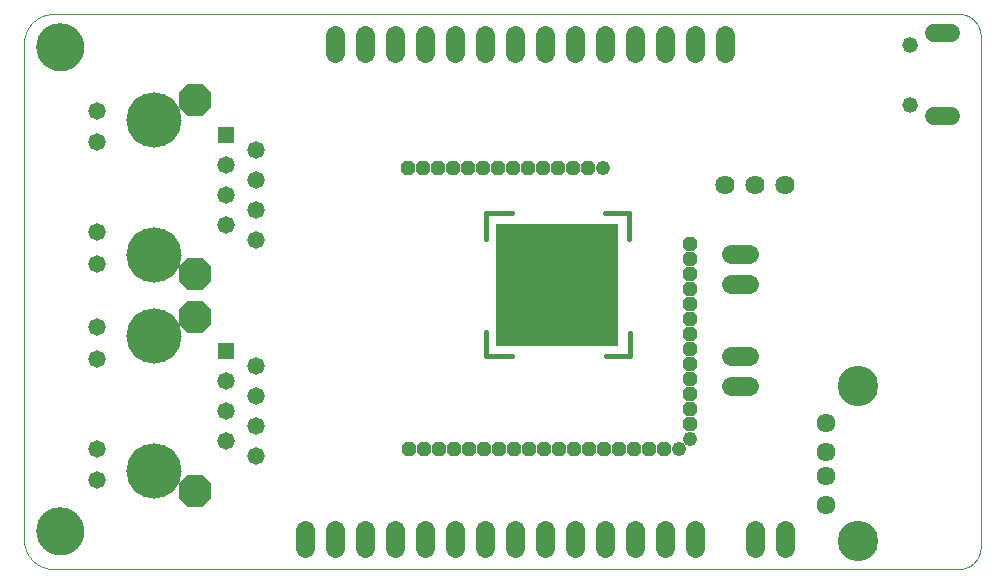
<source format=gbs>
G75*
%MOIN*%
%OFA0B0*%
%FSLAX25Y25*%
%IPPOS*%
%LPD*%
%AMOC8*
5,1,8,0,0,1.08239X$1,22.5*
%
%ADD10C,0.00000*%
%ADD11C,0.15900*%
%ADD12R,0.40500X0.40500*%
%ADD13C,0.01600*%
%ADD14R,0.05800X0.05800*%
%ADD15C,0.05800*%
%ADD16C,0.18400*%
%ADD17OC8,0.10900*%
%ADD18C,0.04762*%
%ADD19OC8,0.04762*%
%ADD20C,0.05200*%
%ADD21C,0.06000*%
%ADD22C,0.06400*%
%ADD23C,0.06400*%
%ADD24C,0.06337*%
%ADD25C,0.13455*%
D10*
X0014973Y0024882D02*
X0316546Y0024882D01*
X0316546Y0024883D02*
X0316724Y0024885D01*
X0316901Y0024892D01*
X0317078Y0024902D01*
X0317255Y0024917D01*
X0317432Y0024937D01*
X0317608Y0024960D01*
X0317784Y0024988D01*
X0317958Y0025020D01*
X0318132Y0025056D01*
X0318305Y0025097D01*
X0318477Y0025141D01*
X0318648Y0025190D01*
X0318818Y0025243D01*
X0318986Y0025300D01*
X0319153Y0025361D01*
X0319318Y0025426D01*
X0319482Y0025495D01*
X0319644Y0025568D01*
X0319804Y0025644D01*
X0319962Y0025725D01*
X0320118Y0025809D01*
X0320273Y0025898D01*
X0320425Y0025990D01*
X0320574Y0026085D01*
X0320722Y0026184D01*
X0320867Y0026287D01*
X0321009Y0026393D01*
X0321149Y0026503D01*
X0321286Y0026616D01*
X0321421Y0026732D01*
X0321552Y0026851D01*
X0321681Y0026974D01*
X0321806Y0027099D01*
X0321929Y0027228D01*
X0322048Y0027359D01*
X0322164Y0027494D01*
X0322277Y0027631D01*
X0322387Y0027771D01*
X0322493Y0027913D01*
X0322596Y0028058D01*
X0322695Y0028206D01*
X0322790Y0028355D01*
X0322882Y0028507D01*
X0322971Y0028662D01*
X0323055Y0028818D01*
X0323136Y0028976D01*
X0323212Y0029136D01*
X0323285Y0029298D01*
X0323354Y0029462D01*
X0323419Y0029627D01*
X0323480Y0029794D01*
X0323537Y0029962D01*
X0323590Y0030132D01*
X0323639Y0030303D01*
X0323683Y0030475D01*
X0323724Y0030648D01*
X0323760Y0030822D01*
X0323792Y0030996D01*
X0323820Y0031172D01*
X0323843Y0031348D01*
X0323863Y0031525D01*
X0323878Y0031702D01*
X0323888Y0031879D01*
X0323895Y0032056D01*
X0323897Y0032234D01*
X0323898Y0032234D02*
X0323898Y0202651D01*
X0323897Y0202651D02*
X0323895Y0202827D01*
X0323889Y0203002D01*
X0323878Y0203178D01*
X0323863Y0203353D01*
X0323844Y0203527D01*
X0323821Y0203701D01*
X0323793Y0203875D01*
X0323762Y0204048D01*
X0323726Y0204220D01*
X0323686Y0204391D01*
X0323642Y0204561D01*
X0323593Y0204730D01*
X0323541Y0204898D01*
X0323485Y0205064D01*
X0323425Y0205229D01*
X0323360Y0205392D01*
X0323292Y0205554D01*
X0323220Y0205715D01*
X0323144Y0205873D01*
X0323064Y0206030D01*
X0322981Y0206184D01*
X0322894Y0206337D01*
X0322803Y0206487D01*
X0322708Y0206635D01*
X0322610Y0206781D01*
X0322509Y0206924D01*
X0322404Y0207065D01*
X0322295Y0207203D01*
X0322184Y0207339D01*
X0322069Y0207472D01*
X0321951Y0207602D01*
X0321829Y0207729D01*
X0321705Y0207853D01*
X0321578Y0207975D01*
X0321448Y0208093D01*
X0321315Y0208208D01*
X0321179Y0208319D01*
X0321041Y0208428D01*
X0320900Y0208533D01*
X0320757Y0208634D01*
X0320611Y0208732D01*
X0320463Y0208827D01*
X0320313Y0208918D01*
X0320160Y0209005D01*
X0320006Y0209088D01*
X0319849Y0209168D01*
X0319691Y0209244D01*
X0319530Y0209316D01*
X0319368Y0209384D01*
X0319205Y0209449D01*
X0319040Y0209509D01*
X0318874Y0209565D01*
X0318706Y0209617D01*
X0318537Y0209666D01*
X0318367Y0209710D01*
X0318196Y0209750D01*
X0318024Y0209786D01*
X0317851Y0209817D01*
X0317677Y0209845D01*
X0317503Y0209868D01*
X0317329Y0209887D01*
X0317154Y0209902D01*
X0316978Y0209913D01*
X0316803Y0209919D01*
X0316627Y0209921D01*
X0316627Y0209922D02*
X0014913Y0209922D01*
X0014913Y0209921D02*
X0014673Y0209918D01*
X0014434Y0209909D01*
X0014195Y0209895D01*
X0013956Y0209875D01*
X0013718Y0209849D01*
X0013481Y0209817D01*
X0013244Y0209780D01*
X0013008Y0209736D01*
X0012774Y0209687D01*
X0012541Y0209633D01*
X0012309Y0209573D01*
X0012078Y0209507D01*
X0011850Y0209436D01*
X0011623Y0209359D01*
X0011398Y0209277D01*
X0011175Y0209189D01*
X0010954Y0209096D01*
X0010736Y0208998D01*
X0010520Y0208894D01*
X0010306Y0208786D01*
X0010095Y0208672D01*
X0009888Y0208553D01*
X0009683Y0208429D01*
X0009481Y0208300D01*
X0009282Y0208166D01*
X0009086Y0208028D01*
X0008894Y0207885D01*
X0008706Y0207737D01*
X0008521Y0207585D01*
X0008339Y0207428D01*
X0008162Y0207267D01*
X0007989Y0207102D01*
X0007819Y0206932D01*
X0007654Y0206759D01*
X0007493Y0206582D01*
X0007336Y0206400D01*
X0007184Y0206215D01*
X0007036Y0206027D01*
X0006893Y0205835D01*
X0006755Y0205639D01*
X0006621Y0205440D01*
X0006492Y0205238D01*
X0006368Y0205033D01*
X0006249Y0204826D01*
X0006135Y0204615D01*
X0006027Y0204401D01*
X0005923Y0204185D01*
X0005825Y0203967D01*
X0005732Y0203746D01*
X0005644Y0203523D01*
X0005562Y0203298D01*
X0005485Y0203071D01*
X0005414Y0202843D01*
X0005348Y0202612D01*
X0005288Y0202380D01*
X0005234Y0202147D01*
X0005185Y0201913D01*
X0005141Y0201677D01*
X0005104Y0201440D01*
X0005072Y0201203D01*
X0005046Y0200965D01*
X0005026Y0200726D01*
X0005012Y0200487D01*
X0005003Y0200248D01*
X0005000Y0200008D01*
X0005000Y0034855D01*
X0005003Y0034614D01*
X0005012Y0034373D01*
X0005026Y0034133D01*
X0005047Y0033892D01*
X0005073Y0033653D01*
X0005105Y0033414D01*
X0005142Y0033176D01*
X0005186Y0032939D01*
X0005235Y0032703D01*
X0005290Y0032468D01*
X0005350Y0032235D01*
X0005416Y0032003D01*
X0005488Y0031773D01*
X0005565Y0031545D01*
X0005648Y0031319D01*
X0005736Y0031094D01*
X0005830Y0030872D01*
X0005929Y0030652D01*
X0006033Y0030435D01*
X0006142Y0030220D01*
X0006257Y0030008D01*
X0006377Y0029799D01*
X0006501Y0029593D01*
X0006631Y0029390D01*
X0006765Y0029190D01*
X0006905Y0028993D01*
X0007049Y0028800D01*
X0007197Y0028610D01*
X0007350Y0028424D01*
X0007508Y0028242D01*
X0007670Y0028063D01*
X0007836Y0027889D01*
X0008007Y0027718D01*
X0008181Y0027552D01*
X0008360Y0027390D01*
X0008542Y0027232D01*
X0008728Y0027079D01*
X0008918Y0026931D01*
X0009111Y0026787D01*
X0009308Y0026647D01*
X0009508Y0026513D01*
X0009711Y0026383D01*
X0009917Y0026259D01*
X0010126Y0026139D01*
X0010338Y0026024D01*
X0010553Y0025915D01*
X0010770Y0025811D01*
X0010990Y0025712D01*
X0011212Y0025618D01*
X0011437Y0025530D01*
X0011663Y0025447D01*
X0011891Y0025370D01*
X0012121Y0025298D01*
X0012353Y0025232D01*
X0012586Y0025172D01*
X0012821Y0025117D01*
X0013057Y0025068D01*
X0013294Y0025024D01*
X0013532Y0024987D01*
X0013771Y0024955D01*
X0014010Y0024929D01*
X0014251Y0024908D01*
X0014491Y0024894D01*
X0014732Y0024885D01*
X0014973Y0024882D01*
X0009297Y0037520D02*
X0009299Y0037710D01*
X0009306Y0037900D01*
X0009318Y0038090D01*
X0009334Y0038280D01*
X0009355Y0038469D01*
X0009381Y0038657D01*
X0009411Y0038845D01*
X0009446Y0039032D01*
X0009485Y0039218D01*
X0009529Y0039403D01*
X0009578Y0039587D01*
X0009631Y0039770D01*
X0009688Y0039951D01*
X0009750Y0040131D01*
X0009816Y0040309D01*
X0009887Y0040486D01*
X0009962Y0040661D01*
X0010041Y0040834D01*
X0010125Y0041004D01*
X0010212Y0041173D01*
X0010304Y0041340D01*
X0010400Y0041504D01*
X0010499Y0041666D01*
X0010603Y0041826D01*
X0010711Y0041983D01*
X0010822Y0042137D01*
X0010937Y0042288D01*
X0011056Y0042437D01*
X0011179Y0042582D01*
X0011305Y0042725D01*
X0011434Y0042864D01*
X0011567Y0043000D01*
X0011703Y0043133D01*
X0011842Y0043262D01*
X0011985Y0043388D01*
X0012130Y0043511D01*
X0012279Y0043630D01*
X0012430Y0043745D01*
X0012584Y0043856D01*
X0012741Y0043964D01*
X0012901Y0044068D01*
X0013063Y0044167D01*
X0013227Y0044263D01*
X0013394Y0044355D01*
X0013563Y0044442D01*
X0013733Y0044526D01*
X0013906Y0044605D01*
X0014081Y0044680D01*
X0014258Y0044751D01*
X0014436Y0044817D01*
X0014616Y0044879D01*
X0014797Y0044936D01*
X0014980Y0044989D01*
X0015164Y0045038D01*
X0015349Y0045082D01*
X0015535Y0045121D01*
X0015722Y0045156D01*
X0015910Y0045186D01*
X0016098Y0045212D01*
X0016287Y0045233D01*
X0016477Y0045249D01*
X0016667Y0045261D01*
X0016857Y0045268D01*
X0017047Y0045270D01*
X0017237Y0045268D01*
X0017427Y0045261D01*
X0017617Y0045249D01*
X0017807Y0045233D01*
X0017996Y0045212D01*
X0018184Y0045186D01*
X0018372Y0045156D01*
X0018559Y0045121D01*
X0018745Y0045082D01*
X0018930Y0045038D01*
X0019114Y0044989D01*
X0019297Y0044936D01*
X0019478Y0044879D01*
X0019658Y0044817D01*
X0019836Y0044751D01*
X0020013Y0044680D01*
X0020188Y0044605D01*
X0020361Y0044526D01*
X0020531Y0044442D01*
X0020700Y0044355D01*
X0020867Y0044263D01*
X0021031Y0044167D01*
X0021193Y0044068D01*
X0021353Y0043964D01*
X0021510Y0043856D01*
X0021664Y0043745D01*
X0021815Y0043630D01*
X0021964Y0043511D01*
X0022109Y0043388D01*
X0022252Y0043262D01*
X0022391Y0043133D01*
X0022527Y0043000D01*
X0022660Y0042864D01*
X0022789Y0042725D01*
X0022915Y0042582D01*
X0023038Y0042437D01*
X0023157Y0042288D01*
X0023272Y0042137D01*
X0023383Y0041983D01*
X0023491Y0041826D01*
X0023595Y0041666D01*
X0023694Y0041504D01*
X0023790Y0041340D01*
X0023882Y0041173D01*
X0023969Y0041004D01*
X0024053Y0040834D01*
X0024132Y0040661D01*
X0024207Y0040486D01*
X0024278Y0040309D01*
X0024344Y0040131D01*
X0024406Y0039951D01*
X0024463Y0039770D01*
X0024516Y0039587D01*
X0024565Y0039403D01*
X0024609Y0039218D01*
X0024648Y0039032D01*
X0024683Y0038845D01*
X0024713Y0038657D01*
X0024739Y0038469D01*
X0024760Y0038280D01*
X0024776Y0038090D01*
X0024788Y0037900D01*
X0024795Y0037710D01*
X0024797Y0037520D01*
X0024795Y0037330D01*
X0024788Y0037140D01*
X0024776Y0036950D01*
X0024760Y0036760D01*
X0024739Y0036571D01*
X0024713Y0036383D01*
X0024683Y0036195D01*
X0024648Y0036008D01*
X0024609Y0035822D01*
X0024565Y0035637D01*
X0024516Y0035453D01*
X0024463Y0035270D01*
X0024406Y0035089D01*
X0024344Y0034909D01*
X0024278Y0034731D01*
X0024207Y0034554D01*
X0024132Y0034379D01*
X0024053Y0034206D01*
X0023969Y0034036D01*
X0023882Y0033867D01*
X0023790Y0033700D01*
X0023694Y0033536D01*
X0023595Y0033374D01*
X0023491Y0033214D01*
X0023383Y0033057D01*
X0023272Y0032903D01*
X0023157Y0032752D01*
X0023038Y0032603D01*
X0022915Y0032458D01*
X0022789Y0032315D01*
X0022660Y0032176D01*
X0022527Y0032040D01*
X0022391Y0031907D01*
X0022252Y0031778D01*
X0022109Y0031652D01*
X0021964Y0031529D01*
X0021815Y0031410D01*
X0021664Y0031295D01*
X0021510Y0031184D01*
X0021353Y0031076D01*
X0021193Y0030972D01*
X0021031Y0030873D01*
X0020867Y0030777D01*
X0020700Y0030685D01*
X0020531Y0030598D01*
X0020361Y0030514D01*
X0020188Y0030435D01*
X0020013Y0030360D01*
X0019836Y0030289D01*
X0019658Y0030223D01*
X0019478Y0030161D01*
X0019297Y0030104D01*
X0019114Y0030051D01*
X0018930Y0030002D01*
X0018745Y0029958D01*
X0018559Y0029919D01*
X0018372Y0029884D01*
X0018184Y0029854D01*
X0017996Y0029828D01*
X0017807Y0029807D01*
X0017617Y0029791D01*
X0017427Y0029779D01*
X0017237Y0029772D01*
X0017047Y0029770D01*
X0016857Y0029772D01*
X0016667Y0029779D01*
X0016477Y0029791D01*
X0016287Y0029807D01*
X0016098Y0029828D01*
X0015910Y0029854D01*
X0015722Y0029884D01*
X0015535Y0029919D01*
X0015349Y0029958D01*
X0015164Y0030002D01*
X0014980Y0030051D01*
X0014797Y0030104D01*
X0014616Y0030161D01*
X0014436Y0030223D01*
X0014258Y0030289D01*
X0014081Y0030360D01*
X0013906Y0030435D01*
X0013733Y0030514D01*
X0013563Y0030598D01*
X0013394Y0030685D01*
X0013227Y0030777D01*
X0013063Y0030873D01*
X0012901Y0030972D01*
X0012741Y0031076D01*
X0012584Y0031184D01*
X0012430Y0031295D01*
X0012279Y0031410D01*
X0012130Y0031529D01*
X0011985Y0031652D01*
X0011842Y0031778D01*
X0011703Y0031907D01*
X0011567Y0032040D01*
X0011434Y0032176D01*
X0011305Y0032315D01*
X0011179Y0032458D01*
X0011056Y0032603D01*
X0010937Y0032752D01*
X0010822Y0032903D01*
X0010711Y0033057D01*
X0010603Y0033214D01*
X0010499Y0033374D01*
X0010400Y0033536D01*
X0010304Y0033700D01*
X0010212Y0033867D01*
X0010125Y0034036D01*
X0010041Y0034206D01*
X0009962Y0034379D01*
X0009887Y0034554D01*
X0009816Y0034731D01*
X0009750Y0034909D01*
X0009688Y0035089D01*
X0009631Y0035270D01*
X0009578Y0035453D01*
X0009529Y0035637D01*
X0009485Y0035822D01*
X0009446Y0036008D01*
X0009411Y0036195D01*
X0009381Y0036383D01*
X0009355Y0036571D01*
X0009334Y0036760D01*
X0009318Y0036950D01*
X0009306Y0037140D01*
X0009299Y0037330D01*
X0009297Y0037520D01*
X0009297Y0198937D02*
X0009299Y0199127D01*
X0009306Y0199317D01*
X0009318Y0199507D01*
X0009334Y0199697D01*
X0009355Y0199886D01*
X0009381Y0200074D01*
X0009411Y0200262D01*
X0009446Y0200449D01*
X0009485Y0200635D01*
X0009529Y0200820D01*
X0009578Y0201004D01*
X0009631Y0201187D01*
X0009688Y0201368D01*
X0009750Y0201548D01*
X0009816Y0201726D01*
X0009887Y0201903D01*
X0009962Y0202078D01*
X0010041Y0202251D01*
X0010125Y0202421D01*
X0010212Y0202590D01*
X0010304Y0202757D01*
X0010400Y0202921D01*
X0010499Y0203083D01*
X0010603Y0203243D01*
X0010711Y0203400D01*
X0010822Y0203554D01*
X0010937Y0203705D01*
X0011056Y0203854D01*
X0011179Y0203999D01*
X0011305Y0204142D01*
X0011434Y0204281D01*
X0011567Y0204417D01*
X0011703Y0204550D01*
X0011842Y0204679D01*
X0011985Y0204805D01*
X0012130Y0204928D01*
X0012279Y0205047D01*
X0012430Y0205162D01*
X0012584Y0205273D01*
X0012741Y0205381D01*
X0012901Y0205485D01*
X0013063Y0205584D01*
X0013227Y0205680D01*
X0013394Y0205772D01*
X0013563Y0205859D01*
X0013733Y0205943D01*
X0013906Y0206022D01*
X0014081Y0206097D01*
X0014258Y0206168D01*
X0014436Y0206234D01*
X0014616Y0206296D01*
X0014797Y0206353D01*
X0014980Y0206406D01*
X0015164Y0206455D01*
X0015349Y0206499D01*
X0015535Y0206538D01*
X0015722Y0206573D01*
X0015910Y0206603D01*
X0016098Y0206629D01*
X0016287Y0206650D01*
X0016477Y0206666D01*
X0016667Y0206678D01*
X0016857Y0206685D01*
X0017047Y0206687D01*
X0017237Y0206685D01*
X0017427Y0206678D01*
X0017617Y0206666D01*
X0017807Y0206650D01*
X0017996Y0206629D01*
X0018184Y0206603D01*
X0018372Y0206573D01*
X0018559Y0206538D01*
X0018745Y0206499D01*
X0018930Y0206455D01*
X0019114Y0206406D01*
X0019297Y0206353D01*
X0019478Y0206296D01*
X0019658Y0206234D01*
X0019836Y0206168D01*
X0020013Y0206097D01*
X0020188Y0206022D01*
X0020361Y0205943D01*
X0020531Y0205859D01*
X0020700Y0205772D01*
X0020867Y0205680D01*
X0021031Y0205584D01*
X0021193Y0205485D01*
X0021353Y0205381D01*
X0021510Y0205273D01*
X0021664Y0205162D01*
X0021815Y0205047D01*
X0021964Y0204928D01*
X0022109Y0204805D01*
X0022252Y0204679D01*
X0022391Y0204550D01*
X0022527Y0204417D01*
X0022660Y0204281D01*
X0022789Y0204142D01*
X0022915Y0203999D01*
X0023038Y0203854D01*
X0023157Y0203705D01*
X0023272Y0203554D01*
X0023383Y0203400D01*
X0023491Y0203243D01*
X0023595Y0203083D01*
X0023694Y0202921D01*
X0023790Y0202757D01*
X0023882Y0202590D01*
X0023969Y0202421D01*
X0024053Y0202251D01*
X0024132Y0202078D01*
X0024207Y0201903D01*
X0024278Y0201726D01*
X0024344Y0201548D01*
X0024406Y0201368D01*
X0024463Y0201187D01*
X0024516Y0201004D01*
X0024565Y0200820D01*
X0024609Y0200635D01*
X0024648Y0200449D01*
X0024683Y0200262D01*
X0024713Y0200074D01*
X0024739Y0199886D01*
X0024760Y0199697D01*
X0024776Y0199507D01*
X0024788Y0199317D01*
X0024795Y0199127D01*
X0024797Y0198937D01*
X0024795Y0198747D01*
X0024788Y0198557D01*
X0024776Y0198367D01*
X0024760Y0198177D01*
X0024739Y0197988D01*
X0024713Y0197800D01*
X0024683Y0197612D01*
X0024648Y0197425D01*
X0024609Y0197239D01*
X0024565Y0197054D01*
X0024516Y0196870D01*
X0024463Y0196687D01*
X0024406Y0196506D01*
X0024344Y0196326D01*
X0024278Y0196148D01*
X0024207Y0195971D01*
X0024132Y0195796D01*
X0024053Y0195623D01*
X0023969Y0195453D01*
X0023882Y0195284D01*
X0023790Y0195117D01*
X0023694Y0194953D01*
X0023595Y0194791D01*
X0023491Y0194631D01*
X0023383Y0194474D01*
X0023272Y0194320D01*
X0023157Y0194169D01*
X0023038Y0194020D01*
X0022915Y0193875D01*
X0022789Y0193732D01*
X0022660Y0193593D01*
X0022527Y0193457D01*
X0022391Y0193324D01*
X0022252Y0193195D01*
X0022109Y0193069D01*
X0021964Y0192946D01*
X0021815Y0192827D01*
X0021664Y0192712D01*
X0021510Y0192601D01*
X0021353Y0192493D01*
X0021193Y0192389D01*
X0021031Y0192290D01*
X0020867Y0192194D01*
X0020700Y0192102D01*
X0020531Y0192015D01*
X0020361Y0191931D01*
X0020188Y0191852D01*
X0020013Y0191777D01*
X0019836Y0191706D01*
X0019658Y0191640D01*
X0019478Y0191578D01*
X0019297Y0191521D01*
X0019114Y0191468D01*
X0018930Y0191419D01*
X0018745Y0191375D01*
X0018559Y0191336D01*
X0018372Y0191301D01*
X0018184Y0191271D01*
X0017996Y0191245D01*
X0017807Y0191224D01*
X0017617Y0191208D01*
X0017427Y0191196D01*
X0017237Y0191189D01*
X0017047Y0191187D01*
X0016857Y0191189D01*
X0016667Y0191196D01*
X0016477Y0191208D01*
X0016287Y0191224D01*
X0016098Y0191245D01*
X0015910Y0191271D01*
X0015722Y0191301D01*
X0015535Y0191336D01*
X0015349Y0191375D01*
X0015164Y0191419D01*
X0014980Y0191468D01*
X0014797Y0191521D01*
X0014616Y0191578D01*
X0014436Y0191640D01*
X0014258Y0191706D01*
X0014081Y0191777D01*
X0013906Y0191852D01*
X0013733Y0191931D01*
X0013563Y0192015D01*
X0013394Y0192102D01*
X0013227Y0192194D01*
X0013063Y0192290D01*
X0012901Y0192389D01*
X0012741Y0192493D01*
X0012584Y0192601D01*
X0012430Y0192712D01*
X0012279Y0192827D01*
X0012130Y0192946D01*
X0011985Y0193069D01*
X0011842Y0193195D01*
X0011703Y0193324D01*
X0011567Y0193457D01*
X0011434Y0193593D01*
X0011305Y0193732D01*
X0011179Y0193875D01*
X0011056Y0194020D01*
X0010937Y0194169D01*
X0010822Y0194320D01*
X0010711Y0194474D01*
X0010603Y0194631D01*
X0010499Y0194791D01*
X0010400Y0194953D01*
X0010304Y0195117D01*
X0010212Y0195284D01*
X0010125Y0195453D01*
X0010041Y0195623D01*
X0009962Y0195796D01*
X0009887Y0195971D01*
X0009816Y0196148D01*
X0009750Y0196326D01*
X0009688Y0196506D01*
X0009631Y0196687D01*
X0009578Y0196870D01*
X0009529Y0197054D01*
X0009485Y0197239D01*
X0009446Y0197425D01*
X0009411Y0197612D01*
X0009381Y0197800D01*
X0009355Y0197988D01*
X0009334Y0198177D01*
X0009318Y0198367D01*
X0009306Y0198557D01*
X0009299Y0198747D01*
X0009297Y0198937D01*
D11*
X0017047Y0198937D03*
X0017047Y0037520D03*
D12*
X0182833Y0119711D03*
D13*
X0206583Y0134961D02*
X0206583Y0143461D01*
X0198583Y0143461D01*
X0167583Y0143461D02*
X0159083Y0143461D01*
X0159083Y0134961D01*
X0159083Y0103961D02*
X0159083Y0095961D01*
X0167583Y0095961D01*
X0199083Y0095961D02*
X0207083Y0095961D01*
X0207083Y0103461D01*
D14*
X0072500Y0097496D03*
X0072500Y0169622D03*
D15*
X0082500Y0164622D03*
X0072500Y0159622D03*
X0082500Y0154622D03*
X0072500Y0149622D03*
X0082500Y0144622D03*
X0072500Y0139622D03*
X0082500Y0134622D03*
X0029500Y0137122D03*
X0029500Y0126622D03*
X0029500Y0105496D03*
X0029500Y0094996D03*
X0029500Y0064996D03*
X0029500Y0054496D03*
X0072500Y0067496D03*
X0082500Y0062496D03*
X0082500Y0072496D03*
X0072500Y0077496D03*
X0082500Y0082496D03*
X0072500Y0087496D03*
X0082500Y0092496D03*
X0029500Y0167122D03*
X0029500Y0177622D03*
D16*
X0048500Y0174622D03*
X0048500Y0129622D03*
X0048500Y0102496D03*
X0048500Y0057496D03*
D17*
X0062000Y0050996D03*
X0062000Y0108996D03*
X0062000Y0123122D03*
X0062000Y0181122D03*
D18*
X0198172Y0158678D03*
X0226972Y0068378D03*
X0223472Y0064878D03*
D19*
X0218472Y0064878D03*
X0213472Y0064878D03*
X0208472Y0064878D03*
X0203472Y0064878D03*
X0198472Y0064878D03*
X0193472Y0064878D03*
X0188472Y0064878D03*
X0183472Y0064878D03*
X0178472Y0064878D03*
X0173472Y0064878D03*
X0168472Y0064878D03*
X0163472Y0064878D03*
X0158472Y0064878D03*
X0153472Y0064878D03*
X0148472Y0064878D03*
X0143472Y0064878D03*
X0138472Y0064878D03*
X0133472Y0064878D03*
X0226972Y0073378D03*
X0226972Y0078378D03*
X0226972Y0083378D03*
X0226972Y0088378D03*
X0226972Y0093378D03*
X0226972Y0098378D03*
X0226972Y0103378D03*
X0226972Y0108378D03*
X0226972Y0113378D03*
X0226972Y0118378D03*
X0226972Y0123378D03*
X0226972Y0128378D03*
X0226972Y0133378D03*
X0193172Y0158678D03*
X0188172Y0158678D03*
X0183172Y0158678D03*
X0178172Y0158678D03*
X0173172Y0158678D03*
X0168172Y0158678D03*
X0163172Y0158678D03*
X0158172Y0158678D03*
X0153172Y0158678D03*
X0148172Y0158678D03*
X0143172Y0158678D03*
X0138172Y0158678D03*
X0133172Y0158678D03*
D20*
X0300276Y0179567D03*
X0300276Y0199567D03*
D21*
X0308376Y0203467D02*
X0313976Y0203467D01*
X0314076Y0175767D02*
X0308476Y0175767D01*
D22*
X0238583Y0196961D02*
X0238583Y0202961D01*
X0228583Y0202961D02*
X0228583Y0196961D01*
X0218583Y0196961D02*
X0218583Y0202961D01*
X0208583Y0202961D02*
X0208583Y0196961D01*
X0198583Y0196961D02*
X0198583Y0202961D01*
X0188583Y0202961D02*
X0188583Y0196961D01*
X0178583Y0196961D02*
X0178583Y0202961D01*
X0168583Y0202961D02*
X0168583Y0196961D01*
X0158583Y0196961D02*
X0158583Y0202961D01*
X0148583Y0202961D02*
X0148583Y0196961D01*
X0138583Y0196961D02*
X0138583Y0202961D01*
X0128583Y0202961D02*
X0128583Y0196961D01*
X0118583Y0196961D02*
X0118583Y0202961D01*
X0108583Y0202961D02*
X0108583Y0196961D01*
X0240583Y0129961D02*
X0246583Y0129961D01*
X0246583Y0119961D02*
X0240583Y0119961D01*
X0240583Y0095961D02*
X0246583Y0095961D01*
X0246583Y0085961D02*
X0240583Y0085961D01*
X0248583Y0037961D02*
X0248583Y0031961D01*
X0258583Y0031961D02*
X0258583Y0037961D01*
X0228583Y0037961D02*
X0228583Y0031961D01*
X0218583Y0031961D02*
X0218583Y0037961D01*
X0208583Y0037961D02*
X0208583Y0031961D01*
X0198583Y0031961D02*
X0198583Y0037961D01*
X0188583Y0037961D02*
X0188583Y0031961D01*
X0178583Y0031961D02*
X0178583Y0037961D01*
X0168583Y0037961D02*
X0168583Y0031961D01*
X0158583Y0031961D02*
X0158583Y0037961D01*
X0148583Y0037961D02*
X0148583Y0031961D01*
X0138583Y0031961D02*
X0138583Y0037961D01*
X0128583Y0037961D02*
X0128583Y0031961D01*
X0118583Y0031961D02*
X0118583Y0037961D01*
X0108583Y0037961D02*
X0108583Y0031961D01*
X0098583Y0031961D02*
X0098583Y0037961D01*
D23*
X0238583Y0152961D03*
X0248583Y0152961D03*
X0258583Y0152961D03*
D24*
X0272441Y0073741D03*
X0272441Y0063898D03*
X0272441Y0056024D03*
X0272441Y0046181D03*
D25*
X0283111Y0034095D03*
X0283111Y0085827D03*
M02*

</source>
